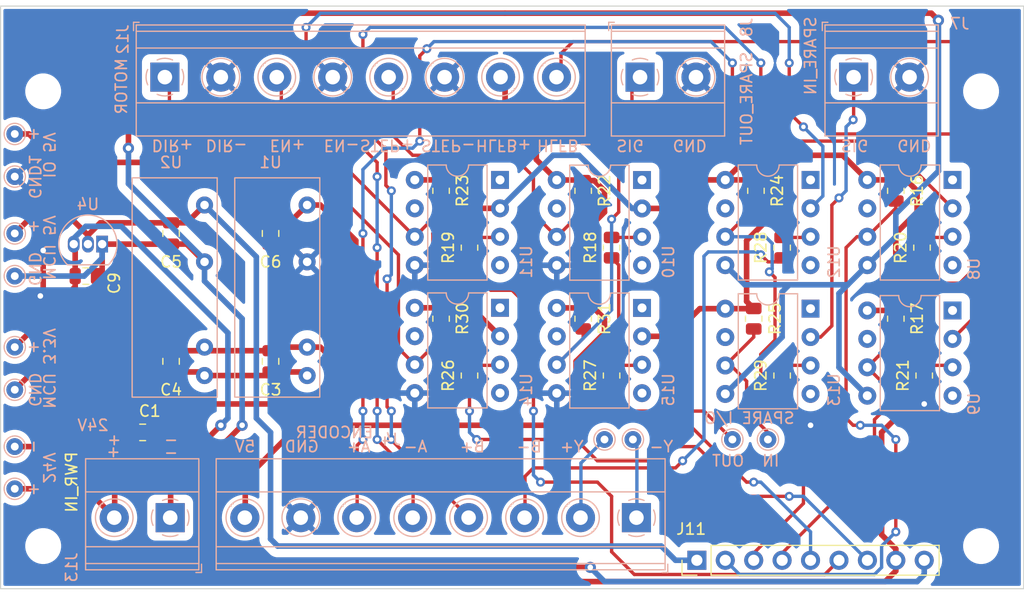
<source format=kicad_pcb>
(kicad_pcb (version 20240108) (generator "pcbnew") (generator_version "8.0")
  (layers (0 "F.Cu" signal) (31 "B.Cu" signal) (34 "B.Paste" user) (35 "F.Paste" user) (36 "B.SilkS" user "B.Silkscreen") (37 "F.SilkS" user "F.Silkscreen") (38 "B.Mask" user) (39 "F.Mask" user) (44 "Edge.Cuts" user))
  (net 0 "")
  (net 1 "+24V")
  (net 2 "GND2")
  (net 3 "GND1")
  (net 4 "VCC")
  (net 5 "GND")
  (net 6 "+5V")
  (net 7 "+3.3V")
  (net 8 "/ENC_A+")
  (net 9 "/ENC_A-")
  (net 10 "/ENC_B+")
  (net 11 "/ENC_B-")
  (net 12 "/ENC_Y+")
  (net 13 "/ENC_Y-")
  (net 14 "/SPARE_IN")
  (net 15 "/SPARE_OUT")
  (net 16 "/HLFB")
  (net 17 "/STEP_OUT")
  (net 18 "/DIR_OUT")
  (net 19 "/EN_OUT")
  (net 20 "Net-(J14-Pin_1)")
  (net 21 "Net-(J15-Pin_1)")
  (net 22 "Net-(R18-Pad1)")
  (net 23 "Net-(R19-Pad1)")
  (net 24 "Net-(R20-Pad1)")
  (net 25 "Net-(R21-Pad1)")
  (net 26 "Net-(R26-Pad1)")
  (net 27 "Net-(R27-Pad1)")
  (net 28 "Net-(R28-Pad1)")
  (net 29 "Net-(R29-Pad1)")
  (net 54 "/ENC_A_MCU")
  (net 55 "/ENC_B_MCU")
  (net 56 "/HLFB_MCU")
  (net 57 "/STEP_MCU")
  (net 58 "/EN_MCU")
  (net 59 "/DIR_MCU")
  (footprint "Capacitor_SMD:C_0805_2012Metric" (layer "F.Cu") (at 105.41 52.07 90)
    (property "Reference" "C3")
    (property "Value" "100nF")
  )
  (footprint "Resistor_SMD:R_0805_2012Metric" (layer "F.Cu") (at 123.19 53.34 -90)
    (property "Reference" "R26")
    (property "Value" "680")
  )
  (footprint "Resistor_SMD:R_0805_2012Metric" (layer "F.Cu") (at 135.89 41.91 -90)
    (property "Reference" "R18")
    (property "Value" "680")
  )
  (footprint "Resistor_SMD:R_0805_2012Metric" (layer "F.Cu") (at 133.35 48.26 90)
    (property "Reference" "R31")
    (property "Value" "350")
  )
  (footprint "Resistor_SMD:R_0805_2012Metric" (layer "F.Cu") (at 163.630392 41.91 -90)
    (property "Reference" "R20")
    (property "Value" "350")
  )
  (footprint "Resistor_SMD:R_0805_2012Metric" (layer "F.Cu") (at 161.29 36.83 90)
    (property "Reference" "R16")
    (property "Value" "1k")
  )
  (footprint "Resistor_SMD:R_0805_2012Metric" (layer "F.Cu") (at 135.89 53.34 -90)
    (property "Reference" "R27")
    (property "Value" "680")
  )
  (footprint "Resistor_SMD:R_0805_2012Metric" (layer "F.Cu") (at 151.13 41.91 -90)
    (property "Reference" "R28")
    (property "Value" "350")
  )
  (footprint "Resistor_SMD:R_0805_2012Metric" (layer "F.Cu") (at 161.29 48.26 90)
    (property "Reference" "R17")
    (property "Value" "1k")
  )
  (footprint "Connector_PinHeader_2.54mm:PinHeader_1x09_P2.54mm_Vertical" (layer "F.Cu") (at 143.51 69.85 90)
    (property "Reference" "J11")
    (property "Value" "bottom_to_middle")
  )
  (footprint "Capacitor_SMD:C_0805_2012Metric" (layer "F.Cu") (at 105.41 40.64 -90)
    (property "Reference" "C6")
    (property "Value" "100nF")
  )
  (footprint "MountingHole:MountingHole_2.7mm_M2.5" (layer "F.Cu") (at 168.91 27.94 180)
    (property "Reference" "H4" (hide yes))
    (property "Value" "M2.5")
  )
  (footprint "Resistor_SMD:R_0805_2012Metric" (layer "F.Cu") (at 148.59 48.26 90)
    (property "Reference" "R25")
    (property "Value" "1k")
  )
  (footprint "Resistor_SMD:R_0805_2012Metric" (layer "F.Cu") (at 123.19 41.91 -90)
    (property "Reference" "R19")
    (property "Value" "680")
  )
  (footprint "Capacitor_SMD:C_0805_2012Metric" (layer "F.Cu") (at 96.52 40.64 -90)
    (property "Reference" "C5")
    (property "Value" "100nF")
  )
  (footprint "Resistor_SMD:R_0805_2012Metric" (layer "F.Cu") (at 151.13 53.34 -90)
    (property "Reference" "R29")
    (property "Value" "DNP")
  )
  (footprint "MountingHole:MountingHole_2.7mm_M2.5" (layer "F.Cu") (at 168.91 68.58 180)
    (property "Reference" "H2" (hide yes))
    (property "Value" "M2.5")
  )
  (footprint "Resistor_SMD:R_0805_2012Metric" (layer "F.Cu") (at 120.65 48.26 90)
    (property "Reference" "R30")
    (property "Value" "350")
  )
  (footprint "Capacitor_SMD:C_0805_2012Metric" (layer "F.Cu") (at 96.52 52.07 90)
    (property "Reference" "C4")
    (property "Value" "100nF")
  )
  (footprint "Capacitor_SMD:C_0805_2012Metric" (layer "F.Cu") (at 93.98 58.42)
    (property "Reference" "C1")
    (property "Value" "1uF")
  )
  (footprint "Resistor_SMD:R_0805_2012Metric" (layer "F.Cu") (at 148.789608 36.83 90)
    (property "Reference" "R24")
    (property "Value" "1k")
  )
  (footprint "Resistor_SMD:R_0805_2012Metric" (layer "F.Cu") (at 163.83 53.34 -90)
    (property "Reference" "R21")
    (property "Value" "350")
  )
  (footprint "MountingHole:MountingHole_2.7mm_M2.5" (layer "F.Cu") (at 85.09 68.58 180)
    (property "Reference" "H5" (hide yes))
    (property "Value" "M2.5")
  )
  (footprint "Resistor_SMD:R_0805_2012Metric" (layer "F.Cu") (at 120.65 36.83 90)
    (property "Reference" "R23")
    (property "Value" "350")
  )
  (footprint "MountingHole:MountingHole_2.7mm_M2.5" (layer "F.Cu") (at 85.09 27.94 180)
    (property "Reference" "H6" (hide yes))
    (property "Value" "M2.5")
  )
  (footprint "Resistor_SMD:R_0805_2012Metric" (layer "F.Cu") (at 133.35 36.83 90)
    (property "Reference" "R22")
    (property "Value" "350")
  )
  (footprint "Capacitor_SMD:C_0805_2012Metric" (layer "F.Cu") (at 88.9 44.45)
    (property "Reference" "C9")
    (property "Value" "100nF")
  )
  (footprint "Package_DIP:DIP-8_W7.62mm" (layer "B.Cu") (at 125.919608 35.855 180)
    (property "Reference" "U11")
    (property "Value" "TLP2962")
  )
  (footprint "TestPoint:TestPoint_THTPad_D1.5mm_Drill0.7mm" (layer "B.Cu") (at 135.255 59.055 180)
    (property "Reference" "J5" (hide yes))
    (property "Value" "ENC_Y+" (hide yes))
  )
  (footprint "TerminalBlock_Phoenix:TerminalBlock_Phoenix_MKDS-1,5-8_1x08_P5.00mm_Horizontal" (layer "B.Cu") (at 95.965 26.67)
    (property "Reference" "J12")
    (property "Value" "MOTOR")
  )
  (footprint "Package_DIP:DIP-8_W7.62mm" (layer "B.Cu") (at 138.609608 35.865 180)
    (property "Reference" "U10")
    (property "Value" "TLP2962")
  )
  (footprint "Murata_NMK:NMK_single_output" (layer "B.Cu") (at 96.709608 45.72 90)
    (property "Reference" "U2")
    (property "Value" "NMK2405SAC")
  )
  (footprint "Package_TO_SOT_THT:TO-92_Inline" (layer "B.Cu") (at 90.359608 41.595 180)
    (property "Reference" "U4")
    (property "Value" "MCP1700x-330xxTO")
  )
  (footprint "TestPoint:TestPoint_THTPad_D1.5mm_Drill0.7mm" (layer "B.Cu") (at 82.55 35.56 90)
    (property "Reference" "J19" (hide yes))
    (property "Value" "GND_IO" (hide yes))
  )
  (footprint "TestPoint:TestPoint_THTPad_D1.5mm_Drill0.7mm" (layer "B.Cu") (at 137.795 59.055 180)
    (property "Reference" "J6" (hide yes))
    (property "Value" "ENC_Y-" (hide yes))
  )
  (footprint "TerminalBlock_Phoenix:TerminalBlock_Phoenix_MKDS-1,5-2_1x02_P5.00mm_Horizontal" (layer "B.Cu") (at 157.52 26.67)
    (property "Reference" "J7")
    (property "Value" "SPARE_IN")
  )
  (footprint "Package_DIP:DIP-8_W7.62mm" (layer "B.Cu") (at 153.67 47.362 180)
    (property "Reference" "U13")
    (property "Value" "TLP2962")
  )
  (footprint "TestPoint:TestPoint_THTPad_D1.5mm_Drill0.7mm" (layer "B.Cu") (at 82.55 31.75 90)
    (property "Reference" "J18" (hide yes))
    (property "Value" "5V_IO" (hide yes))
  )
  (footprint "TestPoint:TestPoint_THTPad_D1.5mm_Drill0.7mm" (layer "B.Cu") (at 82.55 40.64 90)
    (property "Reference" "J3" (hide yes))
    (property "Value" "MCU_5V" (hide yes))
  )
  (footprint "TestPoint:TestPoint_THTPad_D1.5mm_Drill0.7mm" (layer "B.Cu") (at 82.55 44.45 90)
    (property "Reference" "J17" (hide yes))
    (property "Value" "MCU_GND" (hide yes))
  )
  (footprint "Package_DIP:DIP-8_W7.62mm" (layer "B.Cu") (at 153.67 35.855 180)
    (property "Reference" "U12")
    (property "Value" "TLP2962")
  )
  (footprint "TestPoint:TestPoint_THTPad_D1.5mm_Drill0.7mm" (layer "B.Cu") (at 82.55 50.8 90)
    (property "Reference" "J16" (hide yes))
    (property "Value" "MCU_3V3" (hide yes))
  )
  (footprint "TestPoint:TestPoint_THTPad_D1.5mm_Drill0.7mm" (layer "B.Cu") (at 146.685 59.055)
    (property "Reference" "J15" (hide yes))
    (property "Value" "SPARE_OUT_MCU" (hide yes))
  )
  (footprint "TerminalBlock_Phoenix:TerminalBlock_Phoenix_MKDS-1,5-2_1x02_P5.00mm_Horizontal" (layer "B.Cu") (at 138.43 26.67)
    (property "Reference" "J8")
    (property "Value" "SPARE_OUT")
  )
  (footprint "TerminalBlock_Phoenix:TerminalBlock_Phoenix_MKDS-1,5-2_1x02_P5.00mm_Horizontal" (layer "B.Cu") (at 96.44 66.04 180)
    (property "Reference" "J13")
    (property "Value" "PWR_IN")
  )
  (footprint "Package_DIP:DIP-8_W7.62mm" (layer "B.Cu") (at 166.36 47.521812 180)
    (property "Reference" "U9")
    (property "Value" "TLP2962")
  )
  (footprint "TestPoint:TestPoint_THTPad_D1.5mm_Drill0.7mm" (layer "B.Cu") (at 82.55 59.69 90)
    (property "Reference" "J2" (hide yes))
    (property "Value" "SUPPLY_GND" (hide yes))
  )
  (footprint "Package_DIP:DIP-8_W7.62mm" (layer "B.Cu") (at 166.36 35.855 180)
    (property "Reference" "U8")
    (property "Value" "TLP2962")
  )
  (footprint "TestPoint:TestPoint_THTPad_D1.5mm_Drill0.7mm" (layer "B.Cu") (at 82.55 63.46 90)
    (property "Reference" "J1" (hide yes))
    (property "Value" "SUPPLY_24V" (hide yes))
  )
  (footprint "Package_DIP:DIP-8_W7.62mm" (layer "B.Cu") (at 138.609608 47.295 180)
    (property "Reference" "U15")
    (property "Value" "TLP2962")
  )
  (footprint "TerminalBlock_Phoenix:TerminalBlock_Phoenix_MKDS-1,5-8_1x08_P5.00mm_Horizontal" (layer "B.Cu") (at 138.11 66.04 180)
    (property "Reference" "J4")
    (property "Value" "ENCODER")
  )
  (footprint "TestPoint:TestPoint_THTPad_D1.5mm_Drill0.7mm" (layer "B.Cu") (at 149.86 59.055)
    (property "Reference" "J14" (hide yes))
    (property "Value" "SPARE_IN_MCU" (hide yes))
  )
  (footprint "Murata_NMK:NMK_single_output" (layer "B.Cu") (at 105.879608 45.72 90)
    (property "Reference" "U1")
    (property "Value" "NMK2405SAC")
  )
  (footprint "Package_DIP:DIP-8_W7.62mm" (layer "B.Cu") (at 125.919608 47.285 180)
    (property "Reference" "U14")
    (property "Value" "TLP2962")
  )
  (footprint "TestPoint:TestPoint_THTPad_D1.5mm_Drill0.7mm" (layer "B.Cu") (at 82.55 54.61 90)
    (property "Reference" "J57" (hide yes))
    (property "Value" "MCU_GND" (hide yes))
  )
  (gr_rect (start 81.28 20.32) (end 172.72 72.39) (stroke (width 0.1)) (fill none) (layer "Edge.Cuts"))
  (gr_text "STEP-" (at 121.285 32.766 180) (layer "B.SilkS") (effects (font (size 1 1)) (justify mirror)))
  (gr_text "-" (at 84.328 59.69 270) (layer "B.SilkS") (effects (font (size 1 1)) (justify mirror)))
  (gr_text "MCU 3.3V" (at 85.598 52.705 270) (layer "B.SilkS") (effects (font (size 1 1)) (justify mirror)))
  (gr_text "A-" (at 118.364 59.69 0) (layer "B.SilkS") (effects (font (size 1 1)) (justify mirror)))
  (gr_text "B+" (at 123.444 59.69 0) (layer "B.SilkS") (effects (font (size 1 1)) (justify mirror)))
  (gr_text "SIG" (at 157.607 32.766 180) (layer "B.SilkS") (effects (font (size 1 1)) (justify mirror)))
  (gr_text "5V" (at 103.124 59.69 0) (layer "B.SilkS") (effects (font (size 1 1)) (justify mirror)))
  (gr_text "24V" (at 89.535 57.785 0) (layer "B.SilkS") (effects (font (size 1 1)) (justify mirror)))
  (gr_text "GND" (at 84.328 54.61 270) (layer "B.SilkS") (effects (font (size 1 1)) (justify mirror)))
  (gr_text "OUT" (at 146.304 60.96 0) (layer "B.SilkS") (effects (font (size 1 1)) (justify mirror)))
  (gr_text "-" (at 96.52 59.055 0) (layer "B.SilkS") (effects (font (size 1 1)) (justify mirror)))
  (gr_text "HLFB+" (at 126.238 32.766 180) (layer "B.SilkS") (effects (font (size 1 1)) (justify mirror)))
  (gr_text "-" (at 96.52 60.198 0) (layer "B.SilkS") (effects (font (size 1 1)) (justify mirror)))
  (gr_text "DIR+" (at 96.647 32.766 180) (layer "B.SilkS") (effects (font (size 1 1)) (justify mirror)))
  (gr_text "Y+" (at 132.334 59.69 0) (layer "B.SilkS") (effects (font (size 1 1)) (justify mirror)))
  (gr_text "EN-" (at 111.76 32.766 180) (layer "B.SilkS") (effects (font (size 1 1)) (justify mirror)))
  (gr_text "B-" (at 128.524 59.69 0) (layer "B.SilkS") (effects (font (size 1 1)) (justify mirror)))
  (gr_text "GND" (at 84.328 43.815 270) (layer "B.SilkS") (effects (font (size 1 1)) (justify mirror)))
  (gr_text "+" (at 84.328 63.5 270) (layer "B.SilkS") (effects (font (size 1 1)) (justify mirror)))
  (gr_text "IN" (at 150.114 60.96 0) (layer "B.SilkS") (effects (font (size 1 1)) (justify mirror)))
  (gr_text "STEP+" (at 115.824 32.766 180) (layer "B.SilkS") (effects (font (size 1 1)) (justify mirror)))
  (gr_text "Y-" (at 140.335 59.69 0) (layer "B.SilkS") (effects (font (size 1 1)) (justify mirror)))
  (gr_text "+" (at 91.44 59.055 0) (layer "B.SilkS") (effects (font (size 1 1)) (justify mirror)))
  (gr_text "GND" (at 142.875 32.766 180) (layer "B.SilkS") (effects (font (size 1 1)) (justify mirror)))
  (gr_text "+" (at 84.328 40.005 270) (layer "B.SilkS") (effects (font (size 1 1)) (justify mirror)))
  (gr_text "HLFB-" (at 131.699 32.766 180) (layer "B.SilkS") (effects (font (size 1 1)) (justify mirror)))
  (gr_text "24V" (at 85.598 61.595 270) (layer "B.SilkS") (effects (font (size 1 1)) (justify mirror)))
  (gr_text "SPARE I/O" (at 148.209 57.15 0) (layer "B.SilkS") (effects (font (size 1 1)) (justify mirror)))
  (gr_text "+" (at 84.328 50.8 270) (layer "B.SilkS") (effects (font (size 1 1)) (justify mirror)))
  (gr_text "GND" (at 108.204 59.69 0) (layer "B.SilkS") (effects (font (size 1 1)) (justify mirror)))
  (gr_text "EN+" (at 106.934 32.766 180) (layer "B.SilkS") (effects (font (size 1 1)) (justify mirror)))
  (gr_text "+" (at 84.328 31.75 270) (layer "B.SilkS") (effects (font (size 1 1)) (justify mirror)))
  (gr_text "GND" (at 162.941 32.766 180) (layer "B.SilkS") (effects (font (size 1 1)) (justify mirror)))
  (gr_text "IO 5V" (at 85.598 33.655 270) (layer "B.SilkS") (effects (font (size 1 1)) (justify mirror)))
  (gr_text "DIR-" (at 101.473 32.766 180) (layer "B.SilkS") (effects (font (size 1 1)) (justify mirror)))
  (gr_text "+" (at 91.44 60.198 270) (layer "B.SilkS") (effects (font (size 1 1)) (justify mirror)))
  (gr_text "A+" (at 113.284 59.69 0) (layer "B.SilkS") (effects (font (size 1 1)) (justify mirror)))
  (gr_text "SIG" (at 137.541 32.766 180) (layer "B.SilkS") (effects (font (size 1 1)) (justify mirror)))
  (gr_text "GND1" (at 84.328 35.56 270) (layer "B.SilkS") (effects (font (size 1 1)) (justify mirror)))
  (gr_text "MCU 5V" (at 85.598 41.91 270) (layer "B.SilkS") (effects (font (size 1 1)) (justify mirror)))
  (segment (start 91.48 66.04) (end 91.48 59.97) (width 0.5) (layer "F.Cu") (net 1))
  (segment (start 99.189608 53.02) (end 99.509608 53.34) (width 0.5) (layer "F.Cu") (net 1))
  (segment (start 93.03 56.51) (end 96.52 53.02) (width 0.5) (layer "F.Cu") (net 1))
  (segment (start 82.55 63.46) (end 88.9 63.46) (width 0.5) (layer "F.Cu") (net 1))
  (segment (start 105.41 53.02) (end 108.359608 53.02) (width 0.5) (layer "F.Cu") (net 1))
  (segment (start 93.03 58.42) (end 93.03 56.51) (width 0.5) (layer "F.Cu") (net 1))
  (segment (start 108.359608 53.02) (end 108.679608 53.34) (width 0.5) (layer "F.Cu") (net 1))
  (segment (start 105.09 53.34) (end 105.41 53.02) (width 0.5) (layer "F.Cu") (net 1))
  (segment (start 91.48 59.97) (end 93.03 58.42) (width 0.5) (layer "F.Cu") (net 1))
  (segment (start 96.52 53.02) (end 99.189608 53.02) (width 0.5) (layer "F.Cu") (net 1))
  (segment (start 88.9 63.46) (end 91.48 66.04) (width 0.5) (layer "F.Cu") (net 1))
  (segment (start 99.509608 53.34) (end 105.09 53.34) (width 0.5) (layer "F.Cu") (net 1))
  (segment (start 105.41 51.12) (end 99.829608 51.12) (width 0.5) (layer "F.Cu") (net 2))
  (segment (start 109.855 55.88) (end 111.125 54.61) (width 0.5) (layer "F.Cu") (net 2))
  (segment (start 82.55 59.69) (end 86.36 59.69) (width 0.5) (layer "F.Cu") (net 2))
  (segment (start 99.189608 51.12) (end 99.509608 50.8) (width 0.5) (layer "F.Cu") (net 2))
  (segment (start 97.47 55.88) (end 109.855 55.88) (width 0.5) (layer "F.Cu") (net 2))
  (segment (start 111.125 54.61) (end 111.125 52.07) (width 0.5) (layer "F.Cu") (net 2))
  (segment (start 94.93 58.42) (end 97.47 55.88) (width 0.5) (layer "F.Cu") (net 2))
  (segment (start 96.48 66.04) (end 96.48 59.97) (width 0.5) (layer "F.Cu") (net 2))
  (segment (start 96.52 51.12) (end 99.189608 51.12) (width 0.5) (layer "F.Cu") (net 2))
  (segment (start 99.829608 51.12) (end 99.509608 50.8) (width 0.5) (layer "F.Cu") (net 2))
  (segment (start 96.48 59.97) (end 94.93 58.42) (width 0.5) (layer "F.Cu") (net 2))
  (segment (start 109.855 50.8) (end 108.679608 50.8) (width 0.5) (layer "F.Cu") (net 2))
  (segment (start 86.36 59.69) (end 94.93 51.12) (width 0.5) (layer "F.Cu") (net 2))
  (segment (start 94.93 51.12) (end 96.52 51.12) (width 0.5) (layer "F.Cu") (net 2))
  (segment (start 108.679608 50.8) (end 105.73 50.8) (width 0.5) (layer "F.Cu") (net 2))
  (segment (start 105.73 50.8) (end 105.41 51.12) (width 0.5) (layer "F.Cu") (net 2))
  (segment (start 111.125 52.07) (end 109.855 50.8) (width 0.5) (layer "F.Cu") (net 2))
  (segment (start 151.13 54.2525) (end 151.13 55.245) (width 0.5) (layer "F.Cu") (net 3))
  (segment (start 85.09 45.974) (end 84.836 46.228) (width 0.5) (layer "F.Cu") (net 3))
  (segment (start 107.089608 41.59) (end 108.679608 43.18) (width 0.5) (layer "F.Cu") (net 3))
  (segment (start 105.41 41.59) (end 107.089608 41.59) (width 0.5) (layer "F.Cu") (net 3))
  (segment (start 151.13 55.245) (end 153.67 57.785) (width 0.5) (layer "F.Cu") (net 3))
  (segment (start 85.09 42.164) (end 85.09 45.974) (width 0.5) (layer "F.Cu") (net 3))
  (segment (start 163.83 54.2525) (end 163.83 55.88) (width 0.5) (layer "F.Cu") (net 3))
  (via (at 153.67 57.785) (size 1) (drill 0.5) (layers "F.Cu" "B.Cu") (net 3))
  (via (at 163.83 55.88) (size 1) (drill 0.5) (layers "F.Cu" "B.Cu") (net 3))
  (via (at 85.09 42.164) (size 1) (drill 0.5) (layers "F.Cu" "B.Cu") (net 3))
  (via (at 84.836 46.228) (size 1) (drill 0.5) (layers "F.Cu" "B.Cu") (net 3))
  (segment (start 89.089608 40.795) (end 87.664608 39.37) (width 0.5) (layer "F.Cu") (net 4))
  (segment (start 97.919608 39.69) (end 99.509608 38.1) (width 0.5) (layer "F.Cu") (net 4))
  (segment (start 90.194608 39.69) (end 89.089608 40.795) (width 0.5) (layer "F.Cu") (net 4))
  (segment (start 83.82 39.37) (end 82.55 40.64) (width 0.5) (layer "F.Cu") (net 4))
  (segment (start 89.089608 40.795) (end 89.089608 41.595) (width 0.5) (layer "F.Cu") (net 4))
  (segment (start 96.52 39.69) (end 90.194608 39.69) (width 0.5) (layer "F.Cu") (net 4))
  (segment (start 87.664608 39.37) (end 83.82 39.37) (width 0.5) (layer "F.Cu") (net 4))
  (segment (start 96.52 39.69) (end 97.919608 39.69) (width 0.5) (layer "F.Cu") (net 4))
  (segment (start 105.41 67.945) (end 106.045 68.58) (width 0.5) (layer "B.Cu") (net 4))
  (segment (start 104.14 42.730392) (end 104.14 57.15) (width 0.5) (layer "B.Cu") (net 4))
  (segment (start 99.509608 38.1) (end 104.14 42.730392) (width 0.5) (layer "B.Cu") (net 4))
  (segment (start 140.335 68.58) (end 141.605 69.85) (width 0.5) (layer "B.Cu") (net 4))
  (segment (start 141.605 69.85) (end 143.51 69.85) (width 0.5) (layer "B.Cu") (net 4))
  (segment (start 104.14 57.15) (end 105.41 58.42) (width 0.5) (layer "B.Cu") (net 4))
  (segment (start 106.045 68.58) (end 140.335 68.58) (width 0.5) (layer "B.Cu") (net 4))
  (segment (start 105.41 58.42) (end 105.41 67.945) (width 0.5) (layer "B.Cu") (net 4))
  (segment (start 92.71 33.02) (end 92.71 24.13) (width 0.5) (layer "F.Cu") (net 5))
  (segment (start 164.465 20.955) (end 165.1 21.59) (width 0.5) (layer "F.Cu") (net 5))
  (segment (start 100.33 60.325) (end 100.33 69.215) (width 0.5) (layer "F.Cu") (net 5))
  (segment (start 126.365 20.955) (end 164.465 20.955) (width 0.5) (layer "F.Cu") (net 5))
  (segment (start 97.919608 41.59) (end 99.509608 43.18) (width 0.5) (layer "F.Cu") (net 5))
  (segment (start 90.359608 43.940392) (end 90.359608 41.595) (width 0.5) (layer "F.Cu") (net 5))
  (segment (start 92.71 24.13) (end 95.885 20.955) (width 0.5) (layer "F.Cu") (net 5))
  (segment (start 96.515 41.595) (end 96.52 41.59) (width 0.5) (layer "F.Cu") (net 5))
  (segment (start 82.55 54.61) (end 89.85 47.31) (width 0.5) (layer "F.Cu") (net 5))
  (segment (start 89.85 47.31) (end 89.85 44.45) (width 0.5) (layer "F.Cu") (net 5))
  (segment (start 100.33 69.215) (end 101.6 70.485) (width 0.5) (layer "F.Cu") (net 5))
  (segment (start 101.6 70.485) (end 133.985 70.485) (width 0.5) (layer "F.Cu") (net 5))
  (segment (start 90.359608 41.595) (end 96.515 41.595) (width 0.5) (layer "F.Cu") (net 5))
  (segment (start 102.87 57.785) (end 100.33 60.325) (width 0.5) (layer "F.Cu") (net 5))
  (segment (start 96.52 41.59) (end 97.919608 41.59) (width 0.5) (layer "F.Cu") (net 5))
  (segment (start 89.85 44.45) (end 90.359608 43.940392) (width 0.5) (layer "F.Cu") (net 5))
  (segment (start 95.885 20.955) (end 126.365 20.955) (width 0.5) (layer "F.Cu") (net 5))
  (via (at 102.87 57.785) (size 1) (drill 0.5) (layers "F.Cu" "B.Cu") (net 5))
  (via (at 92.71 33.02) (size 1) (drill 0.5) (layers "F.Cu" "B.Cu") (net 5))
  (via (at 165.1 21.59) (size 1) (drill 0.5) (layers "F.Cu" "B.Cu") (net 5))
  (via (at 133.985 70.485) (size 1) (drill 0.5) (layers "F.Cu" "B.Cu") (net 5))
  (segment (start 156.21 52.611812) (end 156.21 46.005) (width 0.5) (layer "B.Cu") (net 5))
  (segment (start 146.05 54.982) (end 151.13 49.902) (width 0.5) (layer "B.Cu") (net 5))
  (segment (start 99.509608 44.899608) (end 102.87 48.26) (width 0.5) (layer "B.Cu") (net 5))
  (segment (start 88.754608 44.45) (end 90.359608 42.845) (width 0.5) (layer "B.Cu") (net 5))
  (segment (start 158.74 43.475) (end 156.988 45.227) (width 0.5) (layer "B.Cu") (net 5))
  (segment (start 99.509608 43.18) (end 99.509608 42.994608) (width 0.5) (layer "B.Cu") (net 5))
  (segment (start 163.83 71.12) (end 163.83 69.85) (width 0.5) (layer "B.Cu") (net 5))
  (segment (start 102.87 48.26) (end 102.87 57.785) (width 0.5) (layer "B.Cu") (net 5))
  (segment (start 156.988 45.227) (end 151.765 45.227) (width 0.5) (layer "B.Cu") (net 5))
  (segment (start 90.359608 42.845) (end 90.359608 41.595) (width 0.5) (layer "B.Cu") (net 5))
  (segment (start 82.55 44.45) (end 88.754608 44.45) (width 0.5) (layer "B.Cu") (net 5))
  (segment (start 165.1 35.0675) (end 161.29 38.8775) (width 0.5) (layer "B.Cu") (net 5))
  (segment (start 99.509608 42.994608) (end 92.71 36.195) (width 0.5) (layer "B.Cu") (net 5))
  (segment (start 156.21 46.005) (end 156.988 45.227) (width 0.5) (layer "B.Cu") (net 5))
  (segment (start 151.13 49.902) (end 151.13 45.862) (width 0.5) (layer "B.Cu") (net 5))
  (segment (start 147.802 45.227) (end 146.05 43.475) (width 0.5) (layer "B.Cu") (net 5))
  (segment (start 92.71 36.195) (end 92.71 33.02) (width 0.5) (layer "B.Cu") (net 5))
  (segment (start 163.195 71.755) (end 163.83 71.12) (width 0.5) (layer "B.Cu") (net 5))
  (segment (start 151.13 45.862) (end 151.765 45.227) (width 0.5) (layer "B.Cu") (net 5))
  (segment (start 99.509608 43.18) (end 99.509608 44.899608) (width 0.5) (layer "B.Cu") (net 5))
  (segment (start 161.29 38.8775) (end 161.29 40.925) (width 0.5) (layer "B.Cu") (net 5))
  (segment (start 158.74 55.141812) (end 156.21 52.611812) (width 0.5) (layer "B.Cu") (net 5))
  (segment (start 165.1 21.59) (end 165.1 35.0675) (width 0.5) (layer "B.Cu") (net 5))
  (segment (start 135.255 71.755) (end 163.195 71.755) (width 0.5) (layer "B.Cu") (net 5))
  (segment (start 133.985 70.485) (end 135.255 71.755) (width 0.5) (layer "B.Cu") (net 5))
  (segment (start 151.765 45.227) (end 147.802 45.227) (width 0.5) (layer "B.Cu") (net 5))
  (segment (start 161.29 40.925) (end 158.74 43.475) (width 0.5) (layer "B.Cu") (net 5))
  (segment (start 135.255 48.26) (end 134.3425 47.3475) (width 0.5) (layer "F.Cu") (net 6))
  (segment (start 107.95 57.785) (end 109.855 57.785) (width 0.5) (layer "F.Cu") (net 6))
  (segment (start 120.5875 35.855) (end 120.65 35.9175) (width 0.5) (layer "F.Cu") (net 6))
  (segment (start 109.855 38.1) (end 108.679608 38.1) (width 0.5) (layer "F.Cu") (net 6))
  (segment (start 107.089608 39.69) (end 108.679608 38.1) (width 0.5) (layer "F.Cu") (net 6))
  (segment (start 118.299608 47.285) (end 120.5875 47.285) (width 0.5) (layer "F.Cu") (net 6))
  (segment (start 120.015 46.7125) (end 120.015 40.64) (width 0.5) (layer "F.Cu") (net 6))
  (segment (start 103.15 66.04) (end 103.15 62.585) (width 0.5) (layer "F.Cu") (net 6))
  (segment (start 135.255 36.83) (end 134.3425 35.9175) (width 0.5) (layer "F.Cu") (net 6))
  (segment (start 121.285 55.245) (end 121.285 51.435) (width 0.5) (layer "F.Cu") (net 6))
  (segment (start 121.6425 47.3475) (end 120.65 47.3475) (width 0.5) (layer "F.Cu") (net 6))
  (segment (start 120.015 40.64) (end 122.555 38.1) (width 0.5) (layer "F.Cu") (net 6))
  (segment (start 132.715 55.88) (end 132.715 52.07) (width 0.5) (layer "F.Cu") (net 6))
  (segment (start 105.41 39.69) (end 107.089608 39.69) (width 0.5) (layer "F.Cu") (net 6))
  (segment (start 86.36 34.29) (end 101.7575 34.29) (width 0.5) (layer "F.Cu") (net 6))
  (segment (start 134.3425 47.3475) (end 133.35 47.3475) (width 0.5) (layer "F.Cu") (net 6))
  (segment (start 133.35 47.3475) (end 133.35 40.64) (width 0.5) (layer "F.Cu") (net 6))
  (segment (start 132.715 52.07) (end 135.255 49.53) (width 0.5) (layer "F.Cu") (net 6))
  (segment (start 122.555 36.83) (end 121.6425 35.9175) (width 0.5) (layer "F.Cu") (net 6))
  (segment (start 133.2975 47.295) (end 133.35 47.3475) (width 0.5) (layer "F.Cu") (net 6))
  (segment (start 113.03 54.61) (end 113.03 41.275) (width 0.5) (layer "F.Cu") (net 6))
  (segment (start 103.15 62.585) (end 107.95 57.785) (width 0.5) (layer "F.Cu") (net 6))
  (segment (start 118.745 57.785) (end 130.81 57.785) (width 0.5) (layer "F.Cu") (net 6))
  (segment (start 109.855 57.785) (end 118.745 57.785) (width 0.5) (layer "F.Cu") (net 6))
  (segment (start 118.745 57.785) (end 121.285 55.245) (width 0.5) (layer "F.Cu") (net 6))
  (segment (start 121.285 51.435) (end 122.555 50.165) (width 0.5) (layer "F.Cu") (net 6))
  (segment (start 122.555 50.165) (end 122.555 48.26) (width 0.5) (layer "F.Cu") (net 6))
  (segment (start 82.55 31.75) (end 83.82 31.75) (width 0.5) (layer "F.Cu") (net 6))
  (segment (start 130.989608 35.865) (end 133.2975 35.865) (width 0.5) (layer "F.Cu") (net 6))
  (segment (start 129.159 34.034392) (end 129.159 31.623) (width 0.5) (layer "F.Cu") (net 6))
  (segment (start 135.255 49.53) (end 135.255 48.26) (width 0.5) (layer "F.Cu") (net 6))
  (segment (start 129.159 31.623) (end 126.365 28.829) (width 0.5) (layer "F.Cu") (net 6))
  (segment (start 109.855 57.785) (end 113.03 54.61) (width 0.5) (layer "F.Cu") (net 6))
  (segment (start 133.2975 35.865) (end 133.35 35.9175) (width 0.5) (layer "F.Cu") (net 6))
  (segment (start 122.555 48.26) (end 121.6425 47.3475) (width 0.5) (layer "F.Cu") (net 6))
  (segment (start 120.65 47.3475) (end 120.015 46.7125) (width 0.5) (layer "F.Cu") (net 6))
  (segment (start 133.35 40.64) (end 135.255 38.735) (width 0.5) (layer "F.Cu") (net 6))
  (segment (start 130.989608 35.865) (end 129.159 34.034392) (width 0.5) (layer "F.Cu") (net 6))
  (segment (start 122.555 38.1) (end 122.555 36.83) (width 0.5) (layer "F.Cu") (net 6))
  (segment (start 130.989608 47.295) (end 133.2975 47.295) (width 0.5) (layer "F.Cu") (net 6))
  (segment (start 121.6425 35.9175) (end 120.65 35.9175) (width 0.5) (layer "F.Cu") (net 6))
  (segment (start 126.365 28.829) (end 126.371108 28.822892) (width 0.5) (layer "F.Cu") (net 6))
  (segment (start 118.299608 35.855) (end 120.5875 35.855) (width 0.5) (layer "F.Cu") (net 6))
  (segment (start 113.03 41.275) (end 109.855 38.1) (width 0.5) (layer "F.Cu") (net 6))
  (segment (start 120.5875 47.285) (end 120.65 47.3475) (width 0.5) (layer "F.Cu") (net 6))
  (segment (start 135.255 38.735) (end 135.255 36.83) (width 0.5) (layer "F.Cu") (net 6))
  (segment (start 126.371108 28.822892) (end 126.371108 26.975) (width 0.5) (layer "F.Cu") (net 6))
  (segment (start 130.81 57.785) (end 132.715 55.88) (width 0.5) (layer "F.Cu") (net 6))
  (segment (start 101.7575 34.29) (end 105.41 37.9425) (width 0.5) (layer "F.Cu") (net 6))
  (segment (start 105.41 37.9425) (end 105.41 39.69) (width 0.5) (layer "F.Cu") (net 6))
  (segment (start 134.3425 35.9175) (end 133.35 35.9175) (width 0.5) (layer "F.Cu") (net 6))
  (segment (start 83.82 31.75) (end 86.36 34.29) (width 0.5) (layer "F.Cu") (net 6))
  (segment (start 99.06 59.69) (end 99.06 71.12) (width 0.5) (layer "F.Cu") (net 7))
  (segment (start 148.25 33.655) (end 156.54 33.655) (width 0.5) (layer "F.Cu") (net 7))
  (segment (start 148.59 47.3475) (end 147.955 46.7125) (width 0.5) (layer "F.Cu") (net 7))
  (segment (start 161.2275 35.855) (end 161.29 35.9175) (width 0.5) (layer "F.Cu") (net 7))
  (segment (start 158.74 47.521812) (end 161.115688 47.521812) (width 0.5) (layer "F.Cu") (net 7))
  (segment (start 162.2825 47.3475) (end 163.195 48.26) (width 0.5) (layer "F.Cu") (net 7))
  (segment (start 160.02 58.42) (end 160.02 67.564) (width 0.5) (layer "F.Cu") (net 7))
  (segment (start 161.115688 47.521812) (end 161.29 47.3475) (width 0.5) (layer "F.Cu") (net 7))
  (segment (start 161.29 70.8025) (end 161.29 69.85) (width 0.5) (layer "F.Cu") (net 7))
  (segment (start 161.29 57.15) (end 160.02 58.42) (width 0.5) (layer "F.Cu") (net 7))
  (segment (start 147.955 46.7125) (end 147.955 41.275) (width 0.5) (layer "F.Cu") (net 7))
  (segment (start 160.3375 71.755) (end 161.29 70.8025) (width 0.5) (layer "F.Cu") (net 7))
  (segment (start 149.5825 35.9175) (end 148.789608 35.9175) (width 0.5) (layer "F.Cu") (net 7))
  (segment (start 146.05 35.855) (end 148.727108 35.855) (width 0.5) (layer "F.Cu") (net 7))
  (segment (start 161.29 47.3475) (end 162.2825 47.3475) (width 0.5) (layer "F.Cu") (net 7))
  (segment (start 150.495 36.83) (end 149.5825 35.9175) (width 0.5) (layer "F.Cu") (net 7))
  (segment (start 160.02 67.564) (end 161.29 68.834) (width 0.5) (layer "F.Cu") (net 7))
  (segment (start 87.95 44.45) (end 87.95 41.725392) (width 0.5) (layer "F.Cu") (net 7))
  (segment (start 141.3 49.835) (end 143.773 47.362) (width 0.5) (layer "F.Cu") (net 7))
  (segment (start 146.05 35.855) (end 148.25 33.655) (width 0.5) (layer "F.Cu") (net 7))
  (segment (start 99.06 71.12) (end 99.695 71.755) (width 0.5) (layer "F.Cu") (net 7))
  (segment (start 138.609608 38.405) (end 141.13 38.405) (width 0.5) (layer "F.Cu") (net 7))
  (segment (start 148.727108 35.855) (end 148.789608 35.9175) (width 0.5) (layer "F.Cu") (net 7))
  (segment (start 156.54 33.655) (end 158.74 35.855) (width 0.5) (layer "F.Cu") (net 7))
  (segment (start 163.195 38.735) (end 163.195 36.83) (width 0.5) (layer "F.Cu") (net 7))
  (segment (start 143.68 35.855) (end 146.05 35.855) (width 0.5) (layer "F.Cu") (net 7))
  (segment (start 148.5755 47.362) (end 148.59 47.3475) (width 0.5) (layer "F.Cu") (net 7))
  (segment (start 161.29 68.834) (end 161.29 69.85) (width 0.5) (layer "F.Cu") (net 7))
  (segment (start 121.285 45.190392) (end 125.919608 49.825) (width 0.5) (layer "F.Cu") (net 7))
  (segment (start 87.95 41.725392) (end 87.819608 41.595) (width 0.5) (layer "F.Cu") (net 7))
  (segment (start 82.55 50.8) (end 87.95 45.4) (width 0.5) (layer "F.Cu") (net 7))
  (segment (start 158.74 35.855) (end 161.2275 35.855) (width 0.5) (layer "F.Cu") (net 7))
  (segment (start 143.773 47.362) (end 146.05 47.362) (width 0.5) (layer "F.Cu") (net 7))
  (segment (start 99.695 71.755) (end 160.3375 71.755) (width 0.5) (layer "F.Cu") (net 7))
  (segment (start 161.29 52.07) (end 161.29 57.15) (width 0.5) (layer "F.Cu") (net 7))
  (segment (start 138.609608 49.835) (end 141.3 49.835) (width 0.5) (layer "F.Cu") (net 7))
  (segment (start 121.285 40.64) (end 121.285 45.190392) (width 0.5) (layer "F.Cu") (net 7))
  (segment (start 163.195 48.26) (end 163.195 50.165) (width 0.5) (layer "F.Cu") (net 7))
  (segment (start 87.95 45.4) (end 87.95 44.45) (width 0.5) (layer "F.Cu") (net 7))
  (segment (start 146.05 47.362) (end 148.5755 47.362) (width 0.5) (layer "F.Cu") (net 7))
  (segment (start 123.53 38.395) (end 121.285 40.64) (width 0.5) (layer "F.Cu") (net 7))
  (segment (start 163.195 36.83) (end 162.2825 35.9175) (width 0.5) (layer "F.Cu") (net 7))
  (segment (start 163.195 50.165) (end 161.29 52.07) (width 0.5) (layer "F.Cu") (net 7))
  (segment (start 161.29 47.3475) (end 161.29 40.64) (width 0.5) (layer "F.Cu") (net 7))
  (segment (start 141.13 38.405) (end 143.68 35.855) (width 0.5) (layer "F.Cu") (net 7))
  (segment (start 147.955 41.275) (end 150.495 38.735) (width 0.5) (layer "F.Cu") (net 7))
  (segment (start 125.919608 38.395) (end 123.53 38.395) (width 0.5) (layer "F.Cu") (net 7))
  (segment (start 161.29 40.64) (end 163.195 38.735) (width 0.5) (layer "F.Cu") (net 7))
  (segment (start 100.965 57.785) (end 99.06 59.69) (width 0.5) (layer "F.Cu") (net 7))
  (segment (start 162.2825 35.9175) (end 161.29 35.9175) (width 0.5) (layer "F.Cu") (net 7))
  (segment (start 150.495 38.735) (end 150.495 36.83) (width 0.5) (layer "F.Cu") (net 7))
  (via (at 100.965 57.785) (size 1) (drill 0.5) (layers "F.Cu" "B.Cu") (net 7))
  (segment (start 88.9 40.005) (end 92.075 40.005) (width 0.5) (layer "B.Cu") (net 7))
  (segment (start 101.6 49.53) (end 101.6 57.15) (width 0.5) (layer "B.Cu") (net 7))
  (segment (start 92.075 40.005) (end 101.6 49.53) (width 0.5) (layer "B.Cu") (net 7))
  (segment (start 137.719804 38.405) (end 132.969804 33.655) (width 0.5) (layer "B.Cu") (net 7))
  (segment (start 132.969804 33.655) (end 130.659608 33.655) (width 0.5) (layer "B.Cu") (net 7))
  (segment (start 138.609608 38.405) (end 137.719804 38.405) (width 0.5) (layer "B.Cu") (net 7))
  (segment (start 87.819608 41.085392) (end 88.9 40.005) (width 0.5) (layer "B.Cu") (net 7))
  (segment (start 130.659608 33.655) (end 125.919608 38.395) (width 0.5) (layer "B.Cu") (net 7))
  (segment (start 87.819608 41.595) (end 87.819608 41.085392) (width 0.5) (layer "B.Cu") (net 7))
  (segment (start 101.6 57.15) (end 100.965 57.785) (width 0.5) (layer "B.Cu") (net 7))
  (segment (start 118.745 24.765) (end 119.38 24.13) (width 0.3) (layer "F.Cu") (net 8))
  (segment (start 161.925 32.385) (end 151.161131 32.385) (width 0.3) (layer "F.Cu") (net 8))
  (segment (start 151.161131 32.385) (end 146.685 27.908869) (width 0.3) (layer "F.Cu") (net 8))
  (segment (start 146.685 27.908869) (end 146.685 25.4) (width 0.3) (layer "F.Cu") (net 8))
  (segment (start 163.195 35.23) (end 163.195 33.655) (width 0.3) (layer "F.Cu") (net 8))
  (segment (start 163.195 33.655) (end 161.925 32.385) (width 0.3) (layer "F.Cu") (net 8))
  (segment (start 113.15 66.04) (end 113.15 59.57) (width 0.3) (layer "F.Cu") (net 8))
  (segment (start 113.15 59.57) (end 113.665 59.055) (width 0.3) (layer "F.Cu") (net 8))
  (segment (start 118.745 32.385) (end 118.745 24.765) (width 0.3) (layer "F.Cu") (net 8))
  (segment (start 113.665 56.515) (end 113.665 40.64) (width 0.3) (layer "F.Cu") (net 8))
  (segment (start 166.36 38.395) (end 163.195 35.23) (width 0.3) (layer "F.Cu") (net 8))
  (via (at 119.38 24.13) (size 0.8) (drill 0.4) (layers "F.Cu" "B.Cu") (net 8))
  (via (at 118.745 32.385) (size 0.8) (drill 0.4) (layers "F.Cu" "B.Cu") (net 8))
  (via (at 146.685 25.4) (size 0.8) (drill 0.4) (layers "F.Cu" "B.Cu") (net 8))
  (via (at 113.665 40.64) (size 0.8) (drill 0.4) (layers "F.Cu" "B.Cu") (net 8))
  (via (at 113.665 56.515) (size 0.8) (drill 0.4) (layers "F.Cu" "B.Cu") (net 8))
  (via (at 113.665 59.055) (size 0.8) (drill 0.4) (layers "F.Cu" "B.Cu") (net 8))
  (segment (start 146.685 25.4) (end 144.78 23.495) (width 0.3) (layer "B.Cu") (net 8))
  (segment (start 118.11 33.02) (end 115.57 33.02) (width 0.3) (layer "B.Cu") (net 8))
  (segment (start 144.78 23.495) (end 120.015 23.495) (width 0.3) (layer "B.Cu") (net 8))
  (segment (start 118.745 32.385) (end 118.11 33.02) (width 0.3) (layer "B.Cu") (net 8))
  (segment (start 120.015 23.495) (end 119.38 24.13) (width 0.3) (layer "B.Cu") (net 8))
  (segment (start 113.665 59.055) (end 113.665 56.515) (width 0.3) (layer "B.Cu") (net 8))
  (segment (start 113.665 34.925) (end 113.665 40.64) (width 0.3) (layer "B.Cu") (net 8))
  (segment (start 115.57 33.02) (end 113.665 34.925) (width 0.3) (layer "B.Cu") (net 8))
  (segment (start 118.15 66.04) (end 118.15 62.27) (width 0.3) (layer "F.Cu") (net 9))
  (segment (start 163.630392 42.8225) (end 163.630392 43.615392) (width 0.3) (layer "F.Cu") (net 9))
  (segment (start 108.585 27.941892) (end 108.585 22.225) (width 0.3) (layer "F.Cu") (net 9))
  (segment (start 168.275 33.655) (end 166.37 31.75) (width 0.3) (layer "F.Cu") (net 9))
  (segment (start 163.630392 43.615392) (end 165.1 45.085) (width 0.3) (layer "F.Cu") (net 9))
  (segment (start 155.575 31.75) (end 151.765 27.94) (width 0.3) (layer "F.Cu") (net 9))
  (segment (start 118.15 62.27) (end 114.935 59.055) (width 0.3) (layer "F.Cu") (net 9))
  (segment (start 114.935 56.515) (end 114.935 41.91) (width 0.3) (layer "F.Cu") (net 9))
  (segment (start 165.1 45.085) (end 167.005 45.085) (width 0.3) (layer "F.Cu") (net 9))
  (segment (start 114.935 35.56) (end 114.935 34.291892) (width 0.3) (layer "F.Cu") (net 9))
  (segment (start 167.005 45.085) (end 168.275 43.815) (width 0.3) (layer "F.Cu") (net 9))
  (segment (start 114.935 34.291892) (end 108.585 27.941892) (width 0.3) (layer "F.Cu") (net 9))
  (segment (start 168.275 43.815) (end 168.275 33.655) (width 0.3) (layer "F.Cu") (net 9))
  (segment (start 151.765 27.94) (end 151.765 25.4) (width 0.3) (layer "F.Cu") (net 9))
  (segment (start 166.37 31.75) (end 155.575 31.75) (width 0.3) (layer "F.Cu") (net 9))
  (via (at 108.585 22.225) (size 0.8) (drill 0.4) (layers "F.Cu" "B.Cu") (net 9))
  (via (at 114.935 56.515) (size 0.8) (drill 0.4) (layers "F.Cu" "B.Cu") (net 9))
  (via (at 114.935 35.56) (size 0.8) (drill 0.4) (layers "F.Cu" "B.Cu") (net 9))
  (via (at 114.935 59.055) (size 0.8) (drill 0.4) (layers "F.Cu" "B.Cu") (net 9))
  (via (at 151.765 25.4) (size 0.8) (drill 0.4) (layers "F.Cu" "B.Cu") (net 9))
  (via (at 114.935 41.91) (size 0.8) (drill 0.4) (layers "F.Cu" "B.Cu") (net 9))
  (segment (start 114.935 41.91) (end 114.935 35.56) (width 0.3) (layer "B.Cu") (net 9))
  (segment (start 151.765 22.225) (end 150.495 20.955) (width 0.3) (layer "B.Cu") (net 9))
  (segment (start 109.855 20.955) (end 108.585 22.225) (width 0.3) (layer "B.Cu") (net 9))
  (segment (start 114.935 59.055) (end 114.935 56.515) (width 0.3) (layer "B.Cu") (net 9))
  (segment (start 151.765 25.4) (end 151.765 22.225) (width 0.3) (layer "B.Cu") (net 9))
  (segment (start 150.495 20.955) (end 109.855 20.955) (width 0.3) (layer "B.Cu") (net 9))
  (segment (start 113.665 31.115) (end 113.665 22.86) (width 0.3) (layer "F.Cu") (net 10))
  (segment (start 115.717893 33.167893) (end 113.665 31.115) (width 0.3) (layer "F.Cu") (net 10))
  (segment (start 116.205 36.83) (end 115.717893 36.342893) (width 0.3) (layer "F.Cu") (net 10))
  (segment (start 115.824 44.704) (end 115.824 56.134) (width 0.3) (layer "F.Cu") (net 10))
  (segment (start 153.035 31.115) (end 149.225 27.305) (width 0.3) (layer "F.Cu") (net 10))
  (segment (start 115.824 56.134) (end 116.205 56.515) (width 0.3) (layer "F.Cu") (net 10))
  (segment (start 116.205 59.095) (end 116.205 59.055) (width 0.3) (layer "F.Cu") (net 10))
  (segment (start 123.15 66.04) (end 116.205 59.095) (width 0.3) (layer "F.Cu") (net 10))
  (segment (start 149.225 27.305) (end 149.225 25.4) (width 0.3) (layer "F.Cu") (net 10))
  (segment (start 115.717893 36.342893) (end 115.717893 33.167893) (width 0.3) (layer "F.Cu") (net 10))
  (via (at 115.824 44.704) (size 0.8) (drill 0.4) (layers "F.Cu" "B.Cu") (net 10))
  (via (at 116.205 59.055) (size 0.8) (drill 0.4) (layers "F.Cu" "B.Cu") (net 10))
  (via (at 116.205 56.515) (size 0.8) (drill 0.4) (layers "F.Cu" "B.Cu") (net 10))
  (via (at 153.035 31.115) (size 0.8) (drill 0.4) (layers "F.Cu" "B.Cu") (net 10))
  (via (at 116.205 36.83) (size 0.8) (drill 0.4) (layers "F.Cu" "B.Cu") (net 10))
  (via (at 149.225 25.4) (size 0.8) (drill 0.4) (layers "F.Cu" "B.Cu") (net 10))
  (via (at 113.665 22.86) (size 0.8) (drill 0.4) (layers "F.Cu" "B.Cu") (net 10))
  (segment (start 154.77 32.85) (end 154.77 37.295) (width 0.3) (layer "B.Cu") (net 10))
  (segment (start 116.205 59.055) (end 116.205 56.515) (width 0.3) (layer "B.Cu") (net 10))
  (segment (start 154.77 37.295) (end 153.67 38.395) (width 0.3) (layer "B.Cu") (net 10))
  (segment (start 149.225 25.4) (end 146.05 22.225) (width 0.3) (layer "B.Cu") (net 10))
  (segment (start 114.3 22.225) (end 113.665 22.86) (width 0.3) (layer "B.Cu") (net 10))
  (segment (start 153.035 31.115) (end 154.77 32.85) (width 0.3) (layer "B.Cu") (net 10))
  (segment (start 115.824 44.704) (end 116.205 44.323) (width 0.3) (layer "B.Cu") (net 10))
  (segment (start 116.205 44.323) (end 116.205 36.83) (width 0.3) (layer "B.Cu") (net 10))
  (segment (start 146.05 22.225) (end 114.3 22.225) (width 0.3) (layer "B.Cu") (net 10))
  (segment (start 150.7725 43.18) (end 151.13 42.8225) (width 0.3) (layer "F.Cu") (net 11))
  (segment (start 128.15 62.35) (end 128.15 66.04) (width 0.3) (layer "F.Cu") (net 11))
  (segment (start 128.905 61.595) (end 128.15 62.35) (width 0.3) (layer "F.Cu") (net 11))
  (segment (start 142.24 60.96) (end 141.605 61.595) (width 0.3) (layer "F.Cu") (net 11))
  (segment (start 149.86 43.18) (end 150.7725 43.18) (width 0.3) (layer "F.Cu") (net 11))
  (segment (start 141.605 61.595) (end 128.905 61.595) (width 0.3) (layer "F.Cu") (net 11))
  (segment (start 149.225 42.545) (end 149.86 43.18) (width 0.3) (layer "F.Cu") (net 11))
  (via (at 142.24 60.96) (size 0.8) (drill 0.4) (layers "F.Cu" "B.Cu") (net 11))
  (via (at 149.225 42.545) (size 0.8) (drill 0.4) (layers "F.Cu" "B.Cu") (net 11))
  (segment (start 148.971 42.291) (end 149.225 42.545) (width 0.3) (layer "B.Cu") (net 11))
  (segment (start 144.145 59.055) (end 144.145 42.672) (width 0.3) (layer "B.Cu") (net 11))
  (segment (start 142.24 60.96) (end 144.145 59.055) (width 0.3) (layer "B.Cu") (net 11))
  (segment (start 144.526 42.291) (end 148.971 42.291) (width 0.3) (layer "B.Cu") (net 11))
  (segment (start 144.145 42.672) (end 144.526 42.291) (width 0.3) (layer "B.Cu") (net 11))
  (segment (start 133.15 61.16) (end 135.255 59.055) (width 0.3) (layer "B.Cu") (net 12))
  (segment (start 133.15 66.04) (end 133.15 61.16) (width 0.3) (layer "B.Cu") (net 12))
  (segment (start 138.15 59.41) (end 137.795 59.055) (width 0.3) (layer "B.Cu") (net 13))
  (segment (start 138.15 66.04) (end 138.15 59.41) (width 0.3) (layer "B.Cu") (net 13))
  (segment (start 154.568 49.902) (end 153.67 49.902) (width 0.3) (layer "F.Cu") (net 14))
  (segment (start 157.52 30.44) (end 157.52 26.975) (width 0.3) (layer "F.Cu") (net 14))
  (segment (start 155.575 38.1) (end 155.575 48.895) (width 0.3) (layer "F.Cu") (net 14))
  (segment (start 157.48 30.48) (end 157.52 30.44) (width 0.3) (layer "F.Cu") (net 14))
  (segment (start 155.575 48.895) (end 154.568 49.902) (width 0.3) (layer "F.Cu") (net 14))
  (segment (start 156.21 37.465) (end 155.575 38.1) (width 0.3) (layer "F.Cu") (net 14))
  (via (at 156.21 37.465) (size 0.8) (drill 0.4) (layers "F.Cu" "B.Cu") (net 14))
  (via (at 157.48 30.48) (size 0.8) (drill 0.4) (layers "F.Cu" "B.Cu") (net 14))
  (segment (start 156.845 31.115) (end 156.845 36.83) (width 0.3) (layer "B.Cu") (net 14))
  (segment (start 156.845 36.83) (end 156.21 37.465) (width 0.3) (layer "B.Cu") (net 14))
  (segment (start 157.48 30.48) (end 156.845 31.115) (width 0.3) (layer "B.Cu") (net 14))
  (segment (start 136.525 38.735) (end 135.89 39.37) (width 0.3) (layer "F.Cu") (net 15))
  (segment (start 130.989608 52.375) (end 133.35 50.014608) (width 0.3) (layer "F.Cu") (net 15))
  (segment (start 133.35 50.014608) (end 133.35 49.1725) (width 0.3) (layer "F.Cu") (net 15))
  (segment (start 137.709608 31.835392) (end 136.525 33.02) (width 0.3) (layer "F.Cu") (net 15))
  (segment (start 136.525 33.02) (end 136.525 38.735) (width 0.3) (layer "F.Cu") (net 15))
  (segment (start 137.709608 26.975) (end 137.709608 31.835392) (width 0.3) (layer "F.Cu") (net 15))
  (via (at 135.89 39.37) (size 0.8) (drill 0.4) (layers "F.Cu" "B.Cu") (net 15))
  (segment (start 135.89 39.37) (end 135.89 47.474608) (width 0.3) (layer "B.Cu") (net 15))
  (segment (start 135.89 47.474608) (end 130.989608 52.375) (width 0.3) (layer "B.Cu") (net 15))
  (segment (start 170.18 23.495) (end 172.085 25.4) (width 0.3) (layer "F.Cu") (net 16))
  (segment (start 172.085 25.4) (end 172.085 44.336812) (width 0.3) (layer "F.Cu") (net 16))
  (segment (start 131.371108 26.975) (end 131.371108 24.564108) (width 0.3) (layer "F.Cu") (net 16))
  (segment (start 132.440216 23.495) (end 170.18 23.495) (width 0.3) (layer "F.Cu") (net 16))
  (segment (start 172.085 44.336812) (end 166.36 50.061812) (width 0.3) (layer "F.Cu") (net 16))
  (segment (start 131.371108 24.564108) (end 132.440216 23.495) (width 0.3) (layer "F.Cu") (net 16))
  (segment (start 116.371108 26.975) (end 116.371108 31.916108) (width 0.3) (layer "F.Cu") (net 17))
  (segment (start 127 33.655) (end 128.905 35.56) (width 0.3) (layer "F.Cu") (net 17))
  (segment (start 128.905 38.860392) (end 130.989608 40.945) (width 0.3) (layer "F.Cu") (net 17))
  (segment (start 118.11 33.655) (end 127 33.655) (width 0.3) (layer "F.Cu") (net 17))
  (segment (start 128.905 35.56) (end 128.905 38.860392) (width 0.3) (layer "F.Cu") (net 17))
  (segment (start 116.371108 31.916108) (end 118.11 33.655) (width 0.3) (layer "F.Cu") (net 17))
  (segment (start 130.989608 40.945) (end 133.35 38.584608) (width 0.3) (layer "F.Cu") (net 17))
  (segment (start 133.35 38.584608) (end 133.35 37.7425) (width 0.3) (layer "F.Cu") (net 17))
  (segment (start 98.515554 31.115) (end 105.41 31.115) (width 0.3) (layer "F.Cu") (net 18))
  (segment (start 116.84 50.905392) (end 118.299608 52.365) (width 0.3) (layer "F.Cu") (net 18))
  (segment (start 96.371108 28.970554) (end 98.515554 31.115) (width 0.3) (layer "F.Cu") (net 18))
  (segment (start 120.65 50.014608) (end 120.65 49.1725) (width 0.3) (layer "F.Cu") (net 18))
  (segment (start 116.84 42.545) (end 116.84 50.905392) (width 0.3) (layer "F.Cu") (net 18))
  (segment (start 105.41 31.115) (end 116.84 42.545) (width 0.3) (layer "F.Cu") (net 18))
  (segment (start 118.299608 52.365) (end 120.65 50.014608) (width 0.3) (layer "F.Cu") (net 18))
  (segment (start 96.371108 26.975) (end 96.371108 28.970554) (width 0.3) (layer "F.Cu") (net 18))
  (segment (start 120.65 38.584608) (end 120.65 37.7425) (width 0.3) (layer "F.Cu") (net 19))
  (segment (start 106.371108 26.975) (end 106.371108 29.0065) (width 0.3) (layer "F.Cu") (net 19))
  (segment (start 118.299608 40.935) (end 120.65 38.584608) (width 0.3) (layer "F.Cu") (net 19))
  (segment (start 106.371108 29.0065) (end 118.299608 40.935) (width 0.3) (layer "F.Cu") (net 19))
  (segment (start 147.955 56.515) (end 147.955 53.8435) (width 0.3) (layer "F.Cu") (net 20))
  (segment (start 146.5535 52.442) (end 146.05 52.442) (width 0.3) (layer "F.Cu") (net 20))
  (segment (start 149.86 59.055) (end 149.86 58.42) (width 0.3) (layer "F.Cu") (net 20))
  (segment (start 146.05 52.442) (end 148.59 49.902) (width 0.3) (layer "F.Cu") (net 20))
  (segment (start 149.86 58.42) (end 147.955 56.515) (width 0.3) (layer "F.Cu") (net 20))
  (segment (start 148.59 49.902) (end 148.59 49.1725) (width 0.3) (layer "F.Cu") (net 20))
  (segment (start 147.955 53.8435) (end 146.5535 52.442) (width 0.3) (layer "F.Cu") (net 20))
  (segment (start 144.145 56.515) (end 137.795 56.515) (width 0.3) (layer "F.Cu") (net 21))
  (segment (start 135.89 54.61) (end 135.89 54.2525) (width 0.3) (layer "F.Cu") (net 21))
  (segment (start 146.685 59.055) (end 144.145 56.515) (width 0.3) (layer "F.Cu") (net 21))
  (segment (start 137.795 56.515) (end 135.89 54.61) (width 0.3) (layer "F.Cu") (net 21))
  (segment (start 135.89 40.9975) (end 138.557108 40.9975) (width 0.3) (layer "F.Cu") (net 22))
  (segment (start 138.557108 40.9975) (end 138.609608 40.945) (width 0.3) (layer "F.Cu") (net 22))
  (segment (start 125.857108 40.9975) (end 125.919608 40.935) (width 0.3) (layer "F.Cu") (net 23))
  (segment (start 123.19 40.9975) (end 125.857108 40.9975) (width 0.3) (layer "F.Cu") (net 23))
  (segment (start 166.2975 40.9975) (end 166.36 40.935) (width 0.3) (layer "F.Cu") (net 24))
  (segment (start 163.630392 40.9975) (end 166.2975 40.9975) (width 0.3) (layer "F.Cu") (net 24))
  (segment (start 163.83 52.4275) (end 166.185688 52.4275) (width 0.3) (layer "F.Cu") (net 25))
  (segment (start 166.185688 52.4275) (end 166.36 52.601812) (width 0.3) (layer "F.Cu") (net 25))
  (segment (start 123.19 52.4275) (end 125.857108 52.4275) (width 0.3) (layer "F.Cu") (net 26))
  (segment (start 125.857108 52.4275) (end 125.919608 52.365) (width 0.3) (layer "F.Cu") (net 26))
  (segment (start 138.557108 52.4275) (end 138.609608 52.375) (width 0.3) (layer "F.Cu") (net 27))
  (segment (start 135.89 52.4275) (end 138.557108 52.4275) (width 0.3) (layer "F.Cu") (net 27))
  (segment (start 153.6075 40.9975) (end 153.67 40.935) (width 0.3) (layer "F.Cu") (net 28))
  (segment (start 151.13 40.9975) (end 153.6075 40.9975) (width 0.3) (layer "F.Cu") (net 28))
  (segment (start 153.6555 52.4275) (end 153.67 52.442) (width 0.3) (layer "F.Cu") (net 29))
  (segment (start 151.13 52.4275) (end 153.6555 52.4275) (width 0.3) (layer "F.Cu") (net 29))
  (segment (start 161.29 66.04) (end 161.29 67.31) (width 0.3) (layer "F.Cu") (net 54))
  (segment (start 158.74 40.935) (end 161.29 38.385) (width 0.3) (layer "F.Cu") (net 54))
  (segment (start 161.29 38.385) (end 161.29 37.7425) (width 0.3) (layer "F.Cu") (net 54))
  (segment (start 157.48 57.785) (end 156.845 57.15) (width 0.3) (layer "F.Cu") (net 54))
  (segment (start 158.115 57.785) (end 157.48 57.785) (width 0.3) (layer "F.Cu") (net 54))
  (segment (start 161.29 66.04) (end 161.29 59.055) (width 0.3) (layer "F.Cu") (net 54))
  (segment (start 156.845 57.15) (end 156.845 41.91) (width 0.3) (layer "F.Cu") (net 54))
  (segment (start 157.82 40.935) (end 158.74 40.935) (width 0.3) (layer "F.Cu") (net 54))
  (segment (start 156.845 41.91) (end 157.82 40.935) (width 0.3) (layer "F.Cu") (net 54))
  (via (at 161.29 59.055) (size 0.8) (drill 0.4) (layers "F.Cu" "B.Cu") (net 54))
  (via (at 158.115 57.785) (size 0.8) (drill 0.4) (layers "F.Cu" "B.Cu") (net 54))
  (via (at 161.29 67.31) (size 0.8) (drill 0.4) (layers "F.Cu" "B.Cu") (net 54))
  (segment (start 159.385 71.12) (end 147.32 71.12) (width 0.3) (layer "B.Cu") (net 54))
  (segment (start 160.02 70.485) (end 159.385 71.12) (width 0.3) (layer "B.Cu") (net 54))
  (segment (start 160.02 57.785) (end 161.29 59.055) (width 0.3) (layer "B.Cu") (net 54))
  (segment (start 158.115 57.785) (end 160.02 57.785) (width 0.3) (layer "B.Cu") (net 54))
  (segment (start 160.02 68.58) (end 160.02 70.485) (width 0.3) (layer "B.Cu") (net 54))
  (segment (start 147.32 71.12) (end 146.05 69.85) (width 0.3) (layer "B.Cu") (net 54))
  (segment (start 161.29 67.31) (end 160.02 68.58) (width 0.3) (layer "B.Cu") (net 54))
  (segment (start 148.59 69.215) (end 148.59 69.85) (width 0.3) (layer "F.Cu") (net 55))
  (segment (start 150.495 50.165) (end 149.225 51.435) (width 0.3) (layer "F.Cu") (net 55))
  (segment (start 149.225 55.245) (end 153.035 59.055) (width 0.3) (layer "F.Cu") (net 55))
  (segment (start 153.035 64.77) (end 148.59 69.215) (width 0.3) (layer "F.Cu") (net 55))
  (segment (start 150.495 44.577) (end 150.495 50.165) (width 0.3) (layer "F.Cu") (net 55))
  (segment (start 153.035 59.055) (end 153.035 64.77) (width 0.3) (layer "F.Cu") (net 55))
  (segment (start 149.225 51.435) (end 149.225 55.245) (width 0.3) (layer "F.Cu") (net 55))
  (segment (start 149.987 44.069) (end 150.495 44.577) (width 0.3) (layer "F.Cu") (net 55))
  (segment (start 146.05 40.935) (end 148.789608 38.195392) (width 0.3) (layer "F.Cu") (net 55))
  (segment (start 148.789608 38.195392) (end 148.789608 37.7425) (width 0.3) (layer "F.Cu") (net 55))
  (via (at 149.987 44.069) (size 0.8) (drill 0.4) (layers "F.Cu" "B.Cu") (net 55))
  (segment (start 149.987 44.069) (end 150.241 43.815) (width 0.3) (layer "B.Cu") (net 55))
  (segment (start 150.241 43.815) (end 150.241 41.529) (width 0.3) (layer "B.Cu") (net 55))
  (segment (start 150.241 41.529) (end 149.647 40.935) (width 0.3) (layer "B.Cu") (net 55))
  (segment (start 149.647 40.935) (end 146.05 40.935) (width 0.3) (layer "B.Cu") (net 55))
  (segment (start 158.74 52.601812) (end 161.29 50.051812) (width 0.3) (layer "F.Cu") (net 56))
  (segment (start 160.655 56.001961) (end 159.385 57.271961) (width 0.3) (layer "F.Cu") (net 56))
  (segment (start 160.655 54.516812) (end 160.655 56.001961) (width 0.3) (layer "F.Cu") (net 56))
  (segment (start 161.29 50.051812) (end 161.29 49.1725) (width 0.3) (layer "F.Cu") (net 56))
  (segment (start 159.385 57.271961) (end 159.385 60.96) (width 0.3) (layer "F.Cu") (net 56))
  (segment (start 158.74 52.601812) (end 160.655 54.516812) (width 0.3) (layer "F.Cu") (net 56))
  (segment (start 159.385 60.96) (end 151.13 69.215) (width 0.3) (layer "F.Cu") (net 56))
  (segment (start 151.13 69.215) (end 151.13 69.85) (width 0.3) (layer "F.Cu") (net 56))
  (segment (start 133.985 55.88) (end 133.985 52.07) (width 0.3) (layer "F.Cu") (net 57))
  (segment (start 136.525 49.53) (end 136.525 43.4575) (width 0.3) (layer "F.Cu") (net 57))
  (segment (start 135.255 57.15) (end 133.985 55.88) (width 0.3) (layer "F.Cu") (net 57))
  (segment (start 148.59 62.865) (end 147.955 62.865) (width 0.3) (layer "F.Cu") (net 57))
  (segment (start 133.985 52.07) (end 136.525 49.53) (width 0.3) (layer "F.Cu") (net 57))
  (segment (start 142.24 57.15) (end 135.255 57.15) (width 0.3) (layer "F.Cu") (net 57))
  (segment (start 147.955 62.865) (end 142.24 57.15) (width 0.3) (layer "F.Cu") (net 57))
  (segment (start 136.525 43.4575) (end 135.89 42.8225) (width 0.3) (layer "F.Cu") (net 57))
  (via (at 148.59 62.865) (size 0.8) (drill 0.4) (layers "F.Cu" "B.Cu") (net 57))
  (segment (start 148.59 62.865) (end 149.225 62.865) (width 0.3) (layer "B.Cu") (net 57))
  (segment (start 149.225 62.865) (end 153.67 67.31) (width 0.3) (layer "B.Cu") (net 57))
  (segment (start 153.67 67.31) (end 153.67 69.85) (width 0.3) (layer "B.Cu") (net 57))
  (segment (start 137.922 71.12) (end 154.94 71.12) (width 0.3) (layer "F.Cu") (net 58))
  (segment (start 129.54 62.865) (end 134.62 62.865) (width 0.3) (layer "F.Cu") (net 58))
  (segment (start 135.89 64.135) (end 135.89 69.088) (width 0.3) (layer "F.Cu") (net 58))
  (segment (start 128.905 47.625) (end 127 45.72) (width 0.3) (layer "F.Cu") (net 58))
  (segment (start 134.62 62.865) (end 135.89 64.135) (width 0.3) (layer "F.Cu") (net 58))
  (segment (start 127 45.72) (end 125.095 45.72) (width 0.3) (layer "F.Cu") (net 58))
  (segment (start 125.095 45.72) (end 123.19 43.815) (width 0.3) (layer "F.Cu") (net 58))
  (segment (start 123.19 43.815) (end 123.19 42.8225) (width 0.3) (layer "F.Cu") (net 58))
  (segment (start 128.905 56.515) (end 128.905 47.625) (width 0.3) (layer "F.Cu") (net 58))
  (segment (start 135.89 69.088) (end 137.922 71.12) (width 0.3) (layer "F.Cu") (net 58))
  (segment (start 154.94 71.12) (end 156.21 69.85) (width 0.3) (layer "F.Cu") (net 58))
  (via (at 128.905 56.515) (size 0.8) (drill 0.4) (layers "F.Cu" "B.Cu") (net 58))
  (via (at 129.54 62.865) (size 0.8) (drill 0.4) (layers "F.Cu" "B.Cu") (net 58))
  (segment (start 129.54 62.865) (end 128.905 62.23) (width 0.3) (layer "B.Cu") (net 58))
  (segment (start 128.905 62.23) (end 128.905 56.515) (width 0.3) (layer "B.Cu") (net 58))
  (segment (start 139.7 60.96) (end 134.62 60.96) (width 0.3) (layer "F.Cu") (net 59))
  (segment (start 123.19 56.515) (end 123.19 54.2525) (width 0.3) (layer "F.Cu") (net 59))
  (segment (start 140.97 59.69) (end 139.7 60.96) (width 0.3) (layer "F.Cu") (net 59))
  (segment (start 151.765 64.135) (end 147.955 64.135) (width 0.3) (layer "F.Cu") (net 59))
  (segment (start 143.51 59.69) (end 140.97 59.69) (width 0.3) (layer "F.Cu") (net 59))
  (segment (start 132.715 59.055) (end 123.825 59.055) (width 0.3) (layer "F.Cu") (net 59))
  (segment (start 147.955 64.135) (end 143.51 59.69) (width 0.3) (layer "F.Cu") (net 59))
  (segment (start 134.62 60.96) (end 132.715 59.055) (width 0.3) (layer "F.Cu") (net 59))
  (via (at 123.19 56.515) (size 0.8) (drill 0.4) (layers "F.Cu" "B.Cu") (net 59))
  (via (at 151.765 64.135) (size 0.8) (drill 0.4) (layers "F.Cu" "B.Cu") (net 59))
  (via (at 123.825 59.055) (size 0.8) (drill 0.4) (layers "F.Cu" "B.Cu") (net 59))
  (segment (start 153.035 64.135) (end 158.75 69.85) (width 0.3) (layer "B.Cu") (net 59))
  (segment (start 123.825 59.055) (end 123.19 58.42) (width 0.3) (layer "B.Cu") (net 59))
  (segment (start 123.19 58.42) (end 123.19 56.515) (width 0.3) (layer "B.Cu") (net 59))
  (segment (start 151.765 64.135) (end 153.035 64.135) (width 0.3) (layer "B.Cu") (net 59))
  (zone (net 3) (net_name "GND1") (layer "B.Cu") (connect_pads (clearance 0.75)) (min_thickness 0.25) (fill yes (thermal_gap 0.5) (thermal_bridge_width 0.5) (smoothing fillet) (radius 1))
    (polygon (pts (xy 81.28 20.32) (xy 172.72 20.32) (xy 172.72 72.39) (xy 81.28 72.39)))
  )
)
</source>
